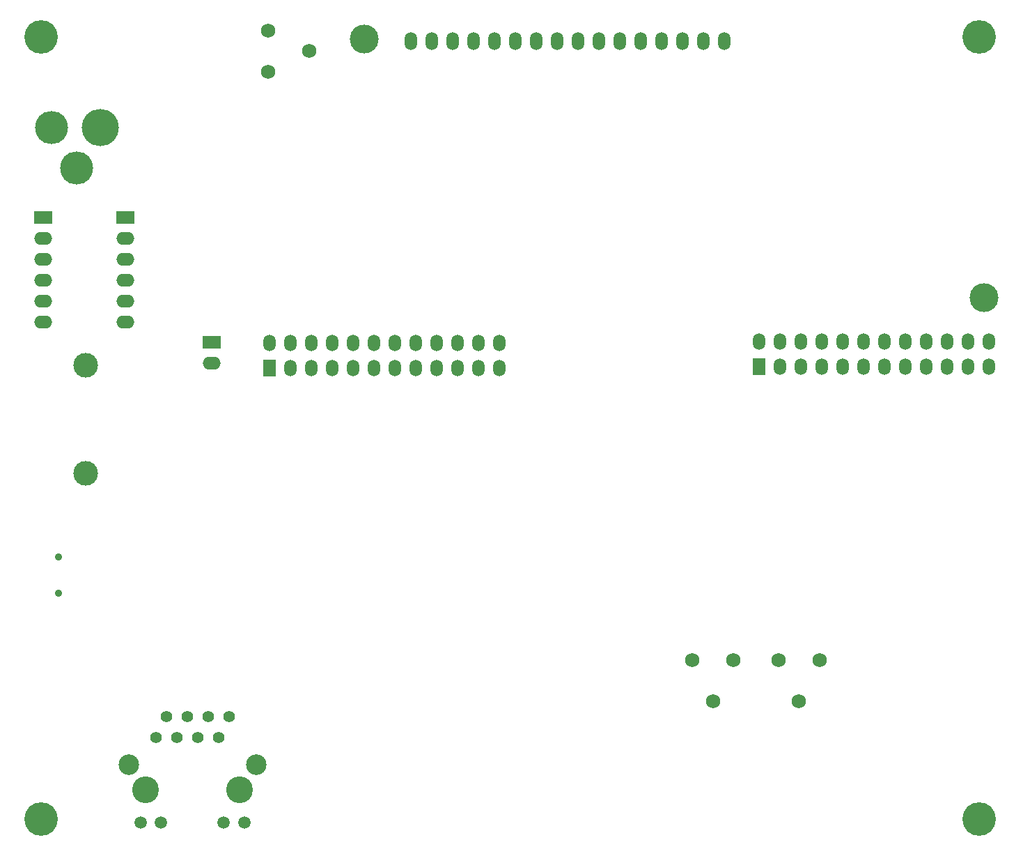
<source format=gbs>
G04 (created by PCBNEW (2013-07-07 BZR 4022)-stable) date 03/02/2018 19:35:14*
%MOIN*%
G04 Gerber Fmt 3.4, Leading zero omitted, Abs format*
%FSLAX34Y34*%
G01*
G70*
G90*
G04 APERTURE LIST*
%ADD10C,0.00590551*%
%ADD11C,0.0551181*%
%ADD12C,0.0984252*%
%ADD13C,0.127953*%
%ADD14C,0.0590551*%
%ADD15R,0.0866X0.06*%
%ADD16O,0.0866X0.06*%
%ADD17C,0.137795*%
%ADD18O,0.0590551X0.0866142*%
%ADD19C,0.16*%
%ADD20O,0.177701X0.177701*%
%ADD21O,0.158098X0.158098*%
%ADD22C,0.0354*%
%ADD23C,0.1181*%
%ADD24C,0.0689*%
%ADD25R,0.06X0.0787*%
%ADD26O,0.06X0.0787*%
G04 APERTURE END LIST*
G54D10*
G54D11*
X42400Y-53753D03*
X41400Y-53753D03*
X41900Y-52753D03*
X42900Y-52753D03*
X43400Y-53753D03*
X43900Y-52753D03*
X44400Y-53753D03*
X44900Y-52753D03*
G54D12*
X40098Y-55049D03*
X46201Y-55049D03*
G54D13*
X40900Y-56250D03*
X45400Y-56250D03*
G54D14*
X44640Y-57820D03*
X45650Y-57820D03*
X40660Y-57820D03*
X41650Y-57820D03*
G54D15*
X44070Y-34855D03*
G54D16*
X44070Y-35855D03*
G54D17*
X51357Y-20368D03*
X81042Y-32731D03*
G54D18*
X53601Y-20447D03*
X54601Y-20447D03*
X55601Y-20447D03*
X56601Y-20447D03*
X57601Y-20447D03*
X58601Y-20447D03*
X59601Y-20447D03*
X60601Y-20447D03*
X61601Y-20447D03*
X62601Y-20447D03*
X63601Y-20447D03*
X64601Y-20447D03*
X65601Y-20447D03*
X66601Y-20447D03*
X67601Y-20447D03*
X68601Y-20447D03*
G54D19*
X80800Y-57650D03*
X35900Y-57650D03*
X80800Y-20250D03*
G54D20*
X38749Y-24600D03*
G54D21*
X37587Y-26529D03*
X36387Y-24600D03*
G54D19*
X35900Y-20250D03*
G54D22*
X36735Y-45134D03*
X36735Y-46866D03*
G54D23*
X38041Y-35963D03*
X38041Y-41137D03*
G54D24*
X46756Y-19946D03*
X48724Y-20930D03*
X46756Y-21914D03*
X73166Y-50056D03*
X72182Y-52024D03*
X71198Y-50056D03*
X69039Y-50046D03*
X68055Y-52014D03*
X67071Y-50046D03*
G54D15*
X39940Y-28890D03*
G54D16*
X39940Y-29890D03*
X39940Y-30890D03*
X39940Y-31890D03*
X39940Y-32890D03*
X39940Y-33890D03*
G54D15*
X36015Y-28895D03*
G54D16*
X36015Y-29895D03*
X36015Y-30895D03*
X36015Y-31895D03*
X36015Y-32895D03*
X36015Y-33895D03*
G54D25*
X46825Y-36088D03*
G54D26*
X46825Y-34892D03*
X47825Y-36088D03*
X47825Y-34892D03*
X48825Y-36088D03*
X48825Y-34892D03*
X49825Y-36088D03*
X49825Y-34892D03*
X50825Y-36088D03*
X50825Y-34892D03*
X51825Y-36088D03*
X51825Y-34892D03*
X52825Y-36088D03*
X52825Y-34892D03*
X53825Y-36088D03*
X53825Y-34892D03*
X54825Y-36088D03*
X54825Y-34892D03*
X55825Y-36088D03*
X55825Y-34892D03*
X56825Y-36088D03*
X56825Y-34892D03*
X57825Y-36088D03*
X57825Y-34892D03*
G54D25*
X70270Y-36018D03*
G54D26*
X70270Y-34822D03*
X71270Y-36018D03*
X71270Y-34822D03*
X72270Y-36018D03*
X72270Y-34822D03*
X73270Y-36018D03*
X73270Y-34822D03*
X74270Y-36018D03*
X74270Y-34822D03*
X75270Y-36018D03*
X75270Y-34822D03*
X76270Y-36018D03*
X76270Y-34822D03*
X77270Y-36018D03*
X77270Y-34822D03*
X78270Y-36018D03*
X78270Y-34822D03*
X79270Y-36018D03*
X79270Y-34822D03*
X80270Y-36018D03*
X80270Y-34822D03*
X81270Y-36018D03*
X81270Y-34822D03*
M02*

</source>
